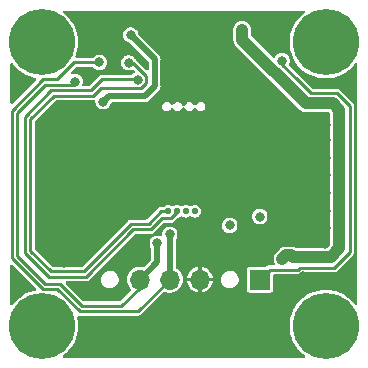
<source format=gbr>
%TF.GenerationSoftware,KiCad,Pcbnew,7.0.10*%
%TF.CreationDate,2024-02-18T19:35:46+01:00*%
%TF.ProjectId,CSI2SPY22,43534932-5350-4593-9232-2e6b69636164,rev?*%
%TF.SameCoordinates,Original*%
%TF.FileFunction,Copper,L3,Inr*%
%TF.FilePolarity,Positive*%
%FSLAX46Y46*%
G04 Gerber Fmt 4.6, Leading zero omitted, Abs format (unit mm)*
G04 Created by KiCad (PCBNEW 7.0.10) date 2024-02-18 19:35:46*
%MOMM*%
%LPD*%
G01*
G04 APERTURE LIST*
%TA.AperFunction,ComponentPad*%
%ADD10R,1.700000X1.700000*%
%TD*%
%TA.AperFunction,ComponentPad*%
%ADD11O,1.700000X1.700000*%
%TD*%
%TA.AperFunction,ComponentPad*%
%ADD12C,5.600000*%
%TD*%
%TA.AperFunction,ViaPad*%
%ADD13C,0.800000*%
%TD*%
%TA.AperFunction,ViaPad*%
%ADD14C,0.450000*%
%TD*%
%TA.AperFunction,ViaPad*%
%ADD15C,0.550000*%
%TD*%
%TA.AperFunction,ViaPad*%
%ADD16C,0.500000*%
%TD*%
%TA.AperFunction,Conductor*%
%ADD17C,0.250000*%
%TD*%
%TA.AperFunction,Conductor*%
%ADD18C,0.500000*%
%TD*%
%TA.AperFunction,Conductor*%
%ADD19C,1.000000*%
%TD*%
G04 APERTURE END LIST*
D10*
%TO.N,/IO0*%
%TO.C,J3*%
X21425000Y-23075000D03*
D11*
%TO.N,GND*%
X16345000Y-23075000D03*
%TO.N,/SCL*%
X13805000Y-23075000D03*
%TO.N,/SDA*%
X11265000Y-23075000D03*
%TD*%
D12*
%TO.N,unconnected-(H2-Pad1)*%
%TO.C,H2*%
X3000000Y-27000000D03*
%TD*%
%TO.N,unconnected-(H1-Pad1)*%
%TO.C,H1*%
X3000000Y-3000000D03*
%TD*%
%TO.N,unconnected-(H3-Pad1)*%
%TO.C,H3*%
X27000000Y-27000000D03*
%TD*%
%TO.N,unconnected-(H4-Pad1)*%
%TO.C,H4*%
X27000000Y-3000000D03*
%TD*%
D13*
%TO.N,GND*%
X16740000Y-950000D03*
X3000000Y-12750000D03*
X16750000Y-4350000D03*
X27000000Y-11250000D03*
D14*
X15000000Y-12000000D03*
D15*
X17400000Y-8600000D03*
D14*
X15750000Y-12000000D03*
D13*
X6930000Y-24170000D03*
D15*
X11850000Y-8775000D03*
D13*
X22125000Y-1075000D03*
X13550000Y-26130000D03*
X27000000Y-17250000D03*
X22500000Y-9250000D03*
D14*
X14250000Y-12000000D03*
D13*
X19970000Y-28810000D03*
X9070000Y-950000D03*
D14*
X15000000Y-15000000D03*
X14250000Y-13500000D03*
D13*
X12130000Y-950000D03*
X29250000Y-6000000D03*
X3000000Y-14250000D03*
X4840000Y-21650000D03*
X27000000Y-10000000D03*
X3000000Y-15750000D03*
X7060000Y-28810000D03*
D15*
X18107727Y-17332727D03*
D13*
X19970000Y-26050000D03*
D16*
X13000000Y-10550000D03*
D13*
X9500000Y-9250000D03*
X11270000Y-28810000D03*
X3000000Y-11250000D03*
D15*
X12625000Y-8650000D03*
D13*
X3000000Y-18750000D03*
X25100000Y-22800000D03*
X23650000Y-28810000D03*
X3000000Y-17250000D03*
X3000000Y-10000000D03*
X15610000Y-28810000D03*
D16*
X17000000Y-10550000D03*
D13*
X27000000Y-15750000D03*
X26950000Y-20060000D03*
X27000000Y-18750000D03*
D15*
X18100000Y-8775000D03*
D13*
X24750000Y-9250000D03*
X29250000Y-23750000D03*
D14*
X15750000Y-13500000D03*
X15000000Y-13500000D03*
D13*
X5830000Y-950000D03*
X27000000Y-14250000D03*
X750000Y-6000000D03*
X27000000Y-12750000D03*
X20500000Y-9250000D03*
D14*
X14250000Y-15000000D03*
D13*
X5250000Y-9250000D03*
D14*
X15750000Y-15000000D03*
D13*
X750000Y-23750000D03*
%TO.N,/IO0*%
X23310000Y-4540000D03*
X21425000Y-17750000D03*
%TO.N,/IO1*%
X18885000Y-18500000D03*
%TO.N,/SCL*%
X13805000Y-19250000D03*
X7850000Y-4700000D03*
%TO.N,/SDA*%
X12750000Y-20000000D03*
X5790000Y-6310000D03*
%TO.N,/VDD33*%
X23350000Y-21340000D03*
X24090000Y-21040000D03*
X19950000Y-1930000D03*
%TO.N,VCC*%
X8170000Y-8010000D03*
D15*
X15925000Y-17300000D03*
D13*
X10500000Y-2370000D03*
D15*
%TO.N,VDD*%
X15175000Y-17300000D03*
%TO.N,EQ{slash}SCL*%
X14425000Y-17300000D03*
D13*
X11080000Y-6170000D03*
%TO.N,ERC{slash}SDA*%
X10325000Y-4725000D03*
D15*
X13675000Y-17300000D03*
%TD*%
D17*
%TO.N,/IO0*%
X27705000Y-22075000D02*
X24799695Y-22075000D01*
X22260000Y-22240000D02*
X21425000Y-23075000D01*
X24555000Y-6125000D02*
X24555000Y-6135000D01*
X24634695Y-22240000D02*
X22260000Y-22240000D01*
X29030000Y-8390000D02*
X29030000Y-20750000D01*
X24799695Y-22075000D02*
X24634695Y-22240000D01*
X23310000Y-4880000D02*
X24555000Y-6125000D01*
X23310000Y-4540000D02*
X23310000Y-4880000D01*
X29030000Y-20750000D02*
X27705000Y-22075000D01*
X27960000Y-7320000D02*
X29030000Y-8390000D01*
X24555000Y-6135000D02*
X25740000Y-7320000D01*
X25740000Y-7320000D02*
X27960000Y-7320000D01*
%TO.N,/SCL*%
X6179418Y-25760000D02*
X11120000Y-25760000D01*
D18*
X13805000Y-19250000D02*
X13805000Y-23075000D01*
D17*
X3069746Y-6125000D02*
X425000Y-8769746D01*
X3059745Y-23875000D02*
X4294418Y-23875000D01*
X4294418Y-23875000D02*
X6179418Y-25760000D01*
X11120000Y-25760000D02*
X13805000Y-23075000D01*
X4294418Y-6125000D02*
X3069746Y-6125000D01*
X425000Y-8769746D02*
X425000Y-21240255D01*
X7850000Y-4700000D02*
X5719418Y-4700000D01*
X5719418Y-4700000D02*
X4294418Y-6125000D01*
X425000Y-21240255D02*
X3059745Y-23875000D01*
D18*
%TO.N,/SDA*%
X11265000Y-23075000D02*
X12750000Y-21590000D01*
D17*
X9710000Y-25310000D02*
X11265000Y-23755000D01*
X6365814Y-25310000D02*
X9710000Y-25310000D01*
X5790000Y-6310000D02*
X5525000Y-6575000D01*
D18*
X12750000Y-21590000D02*
X12750000Y-20000000D01*
D17*
X4480814Y-23425000D02*
X6365814Y-25310000D01*
X5525000Y-6575000D02*
X3256142Y-6575000D01*
X875000Y-8956142D02*
X875000Y-21053859D01*
X875000Y-21053859D02*
X3246141Y-23425000D01*
X3246141Y-23425000D02*
X4480814Y-23425000D01*
X11265000Y-23755000D02*
X11265000Y-23075000D01*
X3256142Y-6575000D02*
X875000Y-8956142D01*
D19*
%TO.N,/VDD33*%
X23350000Y-21340000D02*
X23650000Y-21040000D01*
X28165000Y-8691726D02*
X27623274Y-8150000D01*
X28165000Y-20448274D02*
X28165000Y-8691726D01*
X23650000Y-21040000D02*
X24090000Y-21040000D01*
X19950000Y-2760000D02*
X19950000Y-1930000D01*
X27453274Y-21160000D02*
X28165000Y-20448274D01*
X24090000Y-21040000D02*
X24210000Y-21160000D01*
X24210000Y-21160000D02*
X27453274Y-21160000D01*
X25340000Y-8150000D02*
X19950000Y-2760000D01*
X27623274Y-8150000D02*
X25340000Y-8150000D01*
D18*
%TO.N,VCC*%
X11684239Y-7560000D02*
X12520000Y-6724239D01*
X12520000Y-4390000D02*
X10500000Y-2370000D01*
X8170000Y-8010000D02*
X8620000Y-7560000D01*
X12520000Y-6724239D02*
X12520000Y-4390000D01*
X8620000Y-7560000D02*
X11684239Y-7560000D01*
D17*
%TO.N,EQ{slash}SCL*%
X11080000Y-6170000D02*
X11020000Y-6110000D01*
X12200000Y-18820000D02*
X13120000Y-17900000D01*
X1530000Y-20806396D02*
X3563604Y-22840000D01*
X14425000Y-17398529D02*
X14425000Y-17300000D01*
X10730000Y-18820000D02*
X12200000Y-18820000D01*
X11020000Y-6110000D02*
X8100000Y-6110000D01*
X3563604Y-22840000D02*
X6710000Y-22840000D01*
X13120000Y-17900000D02*
X13923529Y-17900000D01*
X13923529Y-17900000D02*
X14425000Y-17398529D01*
X1530000Y-9323604D02*
X1530000Y-20806396D01*
X7150000Y-7060000D02*
X3793604Y-7060000D01*
X8100000Y-6110000D02*
X7150000Y-7060000D01*
X3793604Y-7060000D02*
X1530000Y-9323604D01*
X6710000Y-22840000D02*
X10730000Y-18820000D01*
%TO.N,ERC{slash}SDA*%
X10543604Y-18370000D02*
X6523604Y-22390000D01*
X11805000Y-5869695D02*
X10660305Y-4725000D01*
X12013604Y-18370000D02*
X10543604Y-18370000D01*
X13675000Y-17300000D02*
X13083604Y-17300000D01*
X7337106Y-7510000D02*
X7952106Y-6895000D01*
X11805000Y-6470305D02*
X11805000Y-5869695D01*
X1980000Y-20620000D02*
X1980000Y-9510000D01*
X3980000Y-7510000D02*
X7337106Y-7510000D01*
X10660305Y-4725000D02*
X10325000Y-4725000D01*
X3750000Y-22390000D02*
X1980000Y-20620000D01*
X1980000Y-9510000D02*
X3980000Y-7510000D01*
X13083604Y-17300000D02*
X12013604Y-18370000D01*
X7952106Y-6895000D02*
X11380305Y-6895000D01*
X6523604Y-22390000D02*
X3750000Y-22390000D01*
X11380305Y-6895000D02*
X11805000Y-6470305D01*
%TD*%
%TA.AperFunction,Conductor*%
%TO.N,GND*%
G36*
X25211023Y-320185D02*
G01*
X25256778Y-372989D01*
X25266722Y-442147D01*
X25237697Y-505703D01*
X25215739Y-525630D01*
X25095040Y-611269D01*
X24839573Y-839570D01*
X24839570Y-839573D01*
X24611269Y-1095040D01*
X24412998Y-1374478D01*
X24247263Y-1674353D01*
X24116146Y-1990899D01*
X24021297Y-2320124D01*
X24021295Y-2320133D01*
X23963905Y-2657906D01*
X23963903Y-2657918D01*
X23944693Y-3000000D01*
X23963903Y-3342081D01*
X23963904Y-3342086D01*
X24021296Y-3679870D01*
X24116147Y-4009104D01*
X24209914Y-4235477D01*
X24247263Y-4325646D01*
X24412998Y-4625521D01*
X24611269Y-4904959D01*
X24839570Y-5160426D01*
X24839573Y-5160429D01*
X25095040Y-5388730D01*
X25095046Y-5388734D01*
X25095047Y-5388735D01*
X25374479Y-5587002D01*
X25674352Y-5752736D01*
X25990896Y-5883853D01*
X26320130Y-5978704D01*
X26657914Y-6036096D01*
X27000000Y-6055307D01*
X27342086Y-6036096D01*
X27679870Y-5978704D01*
X28009104Y-5883853D01*
X28325648Y-5752736D01*
X28625521Y-5587002D01*
X28904953Y-5388735D01*
X28929735Y-5366589D01*
X29001076Y-5302834D01*
X29160428Y-5160428D01*
X29388735Y-4904953D01*
X29474370Y-4784260D01*
X29529218Y-4740977D01*
X29598760Y-4734217D01*
X29660917Y-4766128D01*
X29695955Y-4826577D01*
X29699500Y-4856016D01*
X29699500Y-25143983D01*
X29679815Y-25211022D01*
X29627011Y-25256777D01*
X29557853Y-25266721D01*
X29494297Y-25237696D01*
X29474371Y-25215739D01*
X29388731Y-25095042D01*
X29160429Y-24839573D01*
X29160426Y-24839570D01*
X28904959Y-24611269D01*
X28625521Y-24412998D01*
X28325646Y-24247263D01*
X28260087Y-24220108D01*
X28009104Y-24116147D01*
X27862573Y-24073932D01*
X27679875Y-24021297D01*
X27679866Y-24021295D01*
X27342093Y-23963905D01*
X27342081Y-23963903D01*
X27000000Y-23944693D01*
X26657918Y-23963903D01*
X26657906Y-23963905D01*
X26320133Y-24021295D01*
X26320124Y-24021297D01*
X25990899Y-24116146D01*
X25990896Y-24116147D01*
X25898184Y-24154549D01*
X25674353Y-24247263D01*
X25374478Y-24412998D01*
X25095040Y-24611269D01*
X24839573Y-24839570D01*
X24839570Y-24839573D01*
X24611269Y-25095040D01*
X24412998Y-25374478D01*
X24247263Y-25674353D01*
X24116146Y-25990899D01*
X24021297Y-26320124D01*
X24021295Y-26320133D01*
X23963905Y-26657906D01*
X23963903Y-26657918D01*
X23944693Y-27000000D01*
X23963903Y-27342081D01*
X23963905Y-27342093D01*
X23993626Y-27517020D01*
X24021296Y-27679870D01*
X24116147Y-28009104D01*
X24188764Y-28184416D01*
X24247263Y-28325646D01*
X24412998Y-28625521D01*
X24611269Y-28904959D01*
X24839570Y-29160426D01*
X24839573Y-29160429D01*
X25095040Y-29388730D01*
X25215739Y-29474370D01*
X25259023Y-29529218D01*
X25265783Y-29598760D01*
X25233872Y-29660917D01*
X25173423Y-29695955D01*
X25143984Y-29699500D01*
X4856016Y-29699500D01*
X4788977Y-29679815D01*
X4743222Y-29627011D01*
X4733278Y-29557853D01*
X4762303Y-29494297D01*
X4784261Y-29474370D01*
X4904953Y-29388735D01*
X4962836Y-29337008D01*
X4985414Y-29316829D01*
X5160428Y-29160428D01*
X5388735Y-28904953D01*
X5587002Y-28625521D01*
X5752736Y-28325648D01*
X5883853Y-28009104D01*
X5978704Y-27679870D01*
X6036096Y-27342086D01*
X6055307Y-27000000D01*
X6036096Y-26657914D01*
X5978704Y-26320130D01*
X5970308Y-26290987D01*
X5970664Y-26221120D01*
X6008738Y-26162535D01*
X6072440Y-26133834D01*
X6109870Y-26134351D01*
X6116757Y-26135499D01*
X6116758Y-26135500D01*
X6116759Y-26135500D01*
X6124523Y-26136795D01*
X6132329Y-26137768D01*
X6132330Y-26137769D01*
X6132330Y-26137768D01*
X6132331Y-26137769D01*
X6184625Y-26135606D01*
X6189750Y-26135500D01*
X11068196Y-26135500D01*
X11093641Y-26138139D01*
X11096724Y-26138785D01*
X11104268Y-26140367D01*
X11135676Y-26136451D01*
X11151014Y-26135500D01*
X11151112Y-26135500D01*
X11151114Y-26135500D01*
X11171643Y-26132073D01*
X11176673Y-26131341D01*
X11228626Y-26124866D01*
X11228628Y-26124864D01*
X11236141Y-26122628D01*
X11243606Y-26120066D01*
X11243606Y-26120065D01*
X11243610Y-26120065D01*
X11282270Y-26099143D01*
X11289636Y-26095157D01*
X11294193Y-26092812D01*
X11309102Y-26085522D01*
X11341211Y-26069826D01*
X11341213Y-26069823D01*
X11347594Y-26065268D01*
X11353820Y-26060421D01*
X11353826Y-26060419D01*
X11389293Y-26021890D01*
X11392795Y-26018240D01*
X13279972Y-24131063D01*
X13341293Y-24097580D01*
X13410985Y-24102564D01*
X13412444Y-24103119D01*
X13502544Y-24138024D01*
X13703024Y-24175500D01*
X13703026Y-24175500D01*
X13906974Y-24175500D01*
X13906976Y-24175500D01*
X14107456Y-24138024D01*
X14297637Y-24064348D01*
X14471041Y-23956981D01*
X14621764Y-23819579D01*
X14744673Y-23656821D01*
X14835582Y-23474250D01*
X14891397Y-23278083D01*
X14910215Y-23075000D01*
X14896316Y-22924999D01*
X15254186Y-22924999D01*
X15254187Y-22925000D01*
X15867935Y-22925000D01*
X15845000Y-23003111D01*
X15845000Y-23146889D01*
X15867935Y-23225000D01*
X15254187Y-23225000D01*
X15259097Y-23277991D01*
X15314883Y-23474063D01*
X15314886Y-23474069D01*
X15405754Y-23656556D01*
X15528608Y-23819242D01*
X15679260Y-23956578D01*
X15852584Y-24063897D01*
X16042678Y-24137539D01*
X16195000Y-24166013D01*
X16195000Y-23556170D01*
X16202685Y-23559680D01*
X16309237Y-23575000D01*
X16380763Y-23575000D01*
X16487315Y-23559680D01*
X16495000Y-23556170D01*
X16495000Y-24166013D01*
X16647321Y-24137539D01*
X16837415Y-24063897D01*
X17010739Y-23956578D01*
X17161391Y-23819242D01*
X17284245Y-23656556D01*
X17375113Y-23474069D01*
X17375116Y-23474063D01*
X17430902Y-23277991D01*
X17435813Y-23225000D01*
X16822065Y-23225000D01*
X16845000Y-23146889D01*
X16845000Y-23118933D01*
X18130668Y-23118933D01*
X18158716Y-23277991D01*
X18161135Y-23291711D01*
X18230623Y-23452804D01*
X18230624Y-23452806D01*
X18230626Y-23452809D01*
X18321595Y-23575000D01*
X18335390Y-23593530D01*
X18469786Y-23706302D01*
X18547488Y-23745325D01*
X18626562Y-23785038D01*
X18626563Y-23785038D01*
X18626567Y-23785040D01*
X18797279Y-23825500D01*
X18797282Y-23825500D01*
X18928701Y-23825500D01*
X18928709Y-23825500D01*
X19059255Y-23810241D01*
X19224117Y-23750237D01*
X19370696Y-23653830D01*
X19491092Y-23526218D01*
X19578812Y-23374281D01*
X19629130Y-23206210D01*
X19639331Y-23031065D01*
X19608865Y-22858289D01*
X19539377Y-22697196D01*
X19529376Y-22683763D01*
X19434609Y-22556469D01*
X19300214Y-22443698D01*
X19300212Y-22443697D01*
X19143437Y-22364961D01*
X19143433Y-22364960D01*
X18972721Y-22324500D01*
X18841291Y-22324500D01*
X18736854Y-22336707D01*
X18710743Y-22339759D01*
X18710740Y-22339760D01*
X18545884Y-22399762D01*
X18545880Y-22399764D01*
X18399306Y-22496167D01*
X18399305Y-22496168D01*
X18278910Y-22623778D01*
X18191188Y-22775718D01*
X18140870Y-22943789D01*
X18140869Y-22943794D01*
X18130668Y-23118933D01*
X16845000Y-23118933D01*
X16845000Y-23003111D01*
X16822065Y-22925000D01*
X17435813Y-22925000D01*
X17435813Y-22924999D01*
X17430902Y-22872008D01*
X17375116Y-22675936D01*
X17375113Y-22675930D01*
X17284245Y-22493443D01*
X17161391Y-22330757D01*
X17010739Y-22193421D01*
X16837415Y-22086102D01*
X16647322Y-22012460D01*
X16495000Y-21983985D01*
X16495000Y-22593829D01*
X16487315Y-22590320D01*
X16380763Y-22575000D01*
X16309237Y-22575000D01*
X16202685Y-22590320D01*
X16195000Y-22593829D01*
X16195000Y-21983985D01*
X16042677Y-22012460D01*
X15852584Y-22086102D01*
X15679260Y-22193421D01*
X15528608Y-22330757D01*
X15405754Y-22493443D01*
X15314886Y-22675930D01*
X15314883Y-22675936D01*
X15259097Y-22872008D01*
X15254186Y-22924999D01*
X14896316Y-22924999D01*
X14891397Y-22871917D01*
X14835582Y-22675750D01*
X14833944Y-22672461D01*
X14775359Y-22554806D01*
X14744673Y-22493179D01*
X14655745Y-22375419D01*
X14621762Y-22330418D01*
X14471042Y-22193020D01*
X14471041Y-22193019D01*
X14406353Y-22152966D01*
X14364222Y-22126879D01*
X14317587Y-22074851D01*
X14305500Y-22021452D01*
X14305500Y-19708657D01*
X14325185Y-19641618D01*
X14327450Y-19638217D01*
X14385219Y-19554524D01*
X14385220Y-19554523D01*
X14441237Y-19406818D01*
X14460278Y-19250000D01*
X14458071Y-19231819D01*
X14441237Y-19093181D01*
X14419992Y-19037164D01*
X14385220Y-18945477D01*
X14295483Y-18815470D01*
X14177240Y-18710717D01*
X14177238Y-18710716D01*
X14177237Y-18710715D01*
X14037365Y-18637303D01*
X13883986Y-18599500D01*
X13883985Y-18599500D01*
X13726015Y-18599500D01*
X13726014Y-18599500D01*
X13572634Y-18637303D01*
X13432762Y-18710715D01*
X13314516Y-18815471D01*
X13224781Y-18945475D01*
X13224780Y-18945476D01*
X13168762Y-19093181D01*
X13149722Y-19249999D01*
X13149722Y-19250006D01*
X13150552Y-19256844D01*
X13139090Y-19325767D01*
X13092184Y-19377551D01*
X13024728Y-19395756D01*
X12989689Y-19388936D01*
X12989649Y-19389099D01*
X12986364Y-19388289D01*
X12983490Y-19387730D01*
X12982367Y-19387304D01*
X12828986Y-19349500D01*
X12828985Y-19349500D01*
X12671015Y-19349500D01*
X12671014Y-19349500D01*
X12517634Y-19387303D01*
X12377762Y-19460715D01*
X12259516Y-19565471D01*
X12169781Y-19695475D01*
X12169780Y-19695476D01*
X12113762Y-19843181D01*
X12094722Y-19999999D01*
X12094722Y-20000000D01*
X12113762Y-20156818D01*
X12169780Y-20304523D01*
X12169780Y-20304524D01*
X12227550Y-20388217D01*
X12249433Y-20454571D01*
X12249500Y-20458657D01*
X12249500Y-21331323D01*
X12229815Y-21398362D01*
X12213181Y-21419004D01*
X11658118Y-21974066D01*
X11596795Y-22007551D01*
X11547652Y-22008274D01*
X11366976Y-21974500D01*
X11163024Y-21974500D01*
X10962544Y-22011976D01*
X10962541Y-22011976D01*
X10962541Y-22011977D01*
X10772364Y-22085651D01*
X10772357Y-22085655D01*
X10598960Y-22193017D01*
X10598958Y-22193019D01*
X10448237Y-22330418D01*
X10325327Y-22493178D01*
X10234422Y-22675739D01*
X10234417Y-22675752D01*
X10178602Y-22871917D01*
X10159785Y-23074999D01*
X10159785Y-23075000D01*
X10178602Y-23278082D01*
X10234417Y-23474247D01*
X10234422Y-23474260D01*
X10323838Y-23653830D01*
X10325327Y-23656821D01*
X10448236Y-23819579D01*
X10467949Y-23837549D01*
X10504231Y-23897258D01*
X10502472Y-23967105D01*
X10472093Y-24016868D01*
X9590781Y-24898181D01*
X9529458Y-24931666D01*
X9503100Y-24934500D01*
X6572713Y-24934500D01*
X6505674Y-24914815D01*
X6485032Y-24898181D01*
X5014033Y-23427181D01*
X4980548Y-23365858D01*
X4985532Y-23296166D01*
X5027404Y-23240233D01*
X5092868Y-23215816D01*
X5101714Y-23215500D01*
X6658196Y-23215500D01*
X6683641Y-23218139D01*
X6686724Y-23218785D01*
X6694268Y-23220367D01*
X6725676Y-23216451D01*
X6741014Y-23215500D01*
X6741112Y-23215500D01*
X6741114Y-23215500D01*
X6761643Y-23212073D01*
X6766673Y-23211341D01*
X6818626Y-23204866D01*
X6818628Y-23204864D01*
X6826141Y-23202628D01*
X6833606Y-23200066D01*
X6833606Y-23200065D01*
X6833610Y-23200065D01*
X6879636Y-23175157D01*
X6884193Y-23172812D01*
X6899102Y-23165522D01*
X6931211Y-23149826D01*
X6931213Y-23149823D01*
X6937594Y-23145268D01*
X6943820Y-23140421D01*
X6943826Y-23140419D01*
X6963604Y-23118933D01*
X7970668Y-23118933D01*
X7998716Y-23277991D01*
X8001135Y-23291711D01*
X8070623Y-23452804D01*
X8070624Y-23452806D01*
X8070626Y-23452809D01*
X8161595Y-23575000D01*
X8175390Y-23593530D01*
X8309786Y-23706302D01*
X8387488Y-23745325D01*
X8466562Y-23785038D01*
X8466563Y-23785038D01*
X8466567Y-23785040D01*
X8637279Y-23825500D01*
X8637282Y-23825500D01*
X8768701Y-23825500D01*
X8768709Y-23825500D01*
X8899255Y-23810241D01*
X9064117Y-23750237D01*
X9210696Y-23653830D01*
X9331092Y-23526218D01*
X9418812Y-23374281D01*
X9469130Y-23206210D01*
X9479331Y-23031065D01*
X9448865Y-22858289D01*
X9379377Y-22697196D01*
X9369376Y-22683763D01*
X9274609Y-22556469D01*
X9140214Y-22443698D01*
X9140212Y-22443697D01*
X8983437Y-22364961D01*
X8983433Y-22364960D01*
X8812721Y-22324500D01*
X8681291Y-22324500D01*
X8576854Y-22336707D01*
X8550743Y-22339759D01*
X8550740Y-22339760D01*
X8385884Y-22399762D01*
X8385880Y-22399764D01*
X8239306Y-22496167D01*
X8239305Y-22496168D01*
X8118910Y-22623778D01*
X8031188Y-22775718D01*
X7980870Y-22943789D01*
X7980869Y-22943794D01*
X7970668Y-23118933D01*
X6963604Y-23118933D01*
X6979293Y-23101890D01*
X6982795Y-23098240D01*
X10849218Y-19231819D01*
X10910541Y-19198334D01*
X10936899Y-19195500D01*
X12148196Y-19195500D01*
X12173641Y-19198139D01*
X12176724Y-19198785D01*
X12184268Y-19200367D01*
X12215676Y-19196451D01*
X12231014Y-19195500D01*
X12231112Y-19195500D01*
X12231114Y-19195500D01*
X12251643Y-19192073D01*
X12256673Y-19191341D01*
X12308626Y-19184866D01*
X12308628Y-19184864D01*
X12316141Y-19182628D01*
X12323606Y-19180066D01*
X12323606Y-19180065D01*
X12323610Y-19180065D01*
X12369636Y-19155157D01*
X12374193Y-19152812D01*
X12389102Y-19145522D01*
X12421211Y-19129826D01*
X12421213Y-19129823D01*
X12427594Y-19125268D01*
X12433820Y-19120421D01*
X12433826Y-19120419D01*
X12469293Y-19081890D01*
X12472795Y-19078240D01*
X13051037Y-18500000D01*
X18229722Y-18500000D01*
X18248762Y-18656818D01*
X18269203Y-18710715D01*
X18304780Y-18804523D01*
X18394517Y-18934530D01*
X18512760Y-19039283D01*
X18512762Y-19039284D01*
X18652634Y-19112696D01*
X18806014Y-19150500D01*
X18806015Y-19150500D01*
X18963985Y-19150500D01*
X19117365Y-19112696D01*
X19154547Y-19093181D01*
X19257240Y-19039283D01*
X19375483Y-18934530D01*
X19465220Y-18804523D01*
X19521237Y-18656818D01*
X19540278Y-18500000D01*
X19523607Y-18362696D01*
X19521237Y-18343181D01*
X19489715Y-18260065D01*
X19465220Y-18195477D01*
X19375483Y-18065470D01*
X19257240Y-17960717D01*
X19257238Y-17960716D01*
X19257237Y-17960715D01*
X19117365Y-17887303D01*
X18963986Y-17849500D01*
X18963985Y-17849500D01*
X18806015Y-17849500D01*
X18806014Y-17849500D01*
X18652634Y-17887303D01*
X18512762Y-17960715D01*
X18394516Y-18065471D01*
X18304781Y-18195475D01*
X18304780Y-18195476D01*
X18248762Y-18343181D01*
X18229722Y-18499999D01*
X18229722Y-18500000D01*
X13051037Y-18500000D01*
X13239218Y-18311819D01*
X13300541Y-18278334D01*
X13326899Y-18275500D01*
X13871725Y-18275500D01*
X13897170Y-18278139D01*
X13900253Y-18278785D01*
X13907797Y-18280367D01*
X13939205Y-18276451D01*
X13954543Y-18275500D01*
X13954641Y-18275500D01*
X13954643Y-18275500D01*
X13975172Y-18272073D01*
X13980202Y-18271341D01*
X14032155Y-18264866D01*
X14032157Y-18264864D01*
X14039670Y-18262628D01*
X14047135Y-18260066D01*
X14047135Y-18260065D01*
X14047139Y-18260065D01*
X14093165Y-18235157D01*
X14097722Y-18232812D01*
X14112631Y-18225522D01*
X14144740Y-18209826D01*
X14144742Y-18209823D01*
X14151123Y-18205268D01*
X14157349Y-18200421D01*
X14157355Y-18200419D01*
X14192822Y-18161890D01*
X14196324Y-18158240D01*
X14511926Y-17842638D01*
X14555636Y-17817407D01*
X14554674Y-17815085D01*
X14690016Y-17759025D01*
X14690019Y-17759023D01*
X14701779Y-17749999D01*
X14724513Y-17732554D01*
X14789680Y-17707359D01*
X14858125Y-17721396D01*
X14875484Y-17732552D01*
X14891082Y-17744521D01*
X14909980Y-17759023D01*
X14909981Y-17759023D01*
X14909982Y-17759024D01*
X15037817Y-17811974D01*
X15160702Y-17828152D01*
X15174999Y-17830035D01*
X15175000Y-17830035D01*
X15175001Y-17830035D01*
X15187947Y-17828330D01*
X15312183Y-17811974D01*
X15440018Y-17759024D01*
X15474513Y-17732554D01*
X15539680Y-17707359D01*
X15608125Y-17721396D01*
X15625484Y-17732552D01*
X15641082Y-17744521D01*
X15659980Y-17759023D01*
X15659981Y-17759023D01*
X15659982Y-17759024D01*
X15787817Y-17811974D01*
X15910702Y-17828152D01*
X15924999Y-17830035D01*
X15925000Y-17830035D01*
X15925001Y-17830035D01*
X15937947Y-17828330D01*
X16062183Y-17811974D01*
X16190018Y-17759024D01*
X16201778Y-17750000D01*
X20769722Y-17750000D01*
X20788762Y-17906818D01*
X20844780Y-18054523D01*
X20934517Y-18184530D01*
X21052760Y-18289283D01*
X21052762Y-18289284D01*
X21192634Y-18362696D01*
X21346014Y-18400500D01*
X21346015Y-18400500D01*
X21503985Y-18400500D01*
X21657365Y-18362696D01*
X21694547Y-18343181D01*
X21797240Y-18289283D01*
X21915483Y-18184530D01*
X22005220Y-18054523D01*
X22061237Y-17906818D01*
X22080278Y-17750000D01*
X22075101Y-17707359D01*
X22061237Y-17593181D01*
X22039992Y-17537164D01*
X22005220Y-17445477D01*
X21915483Y-17315470D01*
X21797240Y-17210717D01*
X21797238Y-17210716D01*
X21797237Y-17210715D01*
X21657365Y-17137303D01*
X21503986Y-17099500D01*
X21503985Y-17099500D01*
X21346015Y-17099500D01*
X21346014Y-17099500D01*
X21192634Y-17137303D01*
X21052762Y-17210715D01*
X20934516Y-17315471D01*
X20844781Y-17445475D01*
X20844780Y-17445476D01*
X20788762Y-17593181D01*
X20769722Y-17749999D01*
X20769722Y-17750000D01*
X16201778Y-17750000D01*
X16299791Y-17674791D01*
X16384024Y-17565018D01*
X16436974Y-17437183D01*
X16455035Y-17300000D01*
X16436974Y-17162817D01*
X16384024Y-17034983D01*
X16299791Y-16925209D01*
X16299789Y-16925208D01*
X16299789Y-16925207D01*
X16224514Y-16867446D01*
X16190018Y-16840976D01*
X16190017Y-16840975D01*
X16190015Y-16840974D01*
X16062186Y-16788027D01*
X16062184Y-16788026D01*
X16062183Y-16788026D01*
X15970727Y-16775985D01*
X15925001Y-16769965D01*
X15924999Y-16769965D01*
X15856408Y-16778995D01*
X15787817Y-16788026D01*
X15787816Y-16788026D01*
X15787813Y-16788027D01*
X15659984Y-16840974D01*
X15659982Y-16840976D01*
X15625486Y-16867446D01*
X15560316Y-16892640D01*
X15491872Y-16878601D01*
X15474513Y-16867445D01*
X15440019Y-16840976D01*
X15440016Y-16840975D01*
X15312186Y-16788027D01*
X15312184Y-16788026D01*
X15312183Y-16788026D01*
X15220727Y-16775985D01*
X15175001Y-16769965D01*
X15174999Y-16769965D01*
X15106408Y-16778995D01*
X15037817Y-16788026D01*
X15037816Y-16788026D01*
X15037813Y-16788027D01*
X14909984Y-16840974D01*
X14909982Y-16840976D01*
X14875486Y-16867446D01*
X14810316Y-16892640D01*
X14741872Y-16878601D01*
X14724513Y-16867445D01*
X14690019Y-16840976D01*
X14690016Y-16840975D01*
X14562186Y-16788027D01*
X14562184Y-16788026D01*
X14562183Y-16788026D01*
X14470727Y-16775985D01*
X14425001Y-16769965D01*
X14424999Y-16769965D01*
X14356408Y-16778995D01*
X14287817Y-16788026D01*
X14287816Y-16788026D01*
X14287813Y-16788027D01*
X14159984Y-16840974D01*
X14159982Y-16840976D01*
X14125486Y-16867446D01*
X14060316Y-16892640D01*
X13991872Y-16878601D01*
X13974513Y-16867445D01*
X13940019Y-16840976D01*
X13940016Y-16840975D01*
X13812186Y-16788027D01*
X13812184Y-16788026D01*
X13812183Y-16788026D01*
X13720727Y-16775985D01*
X13675001Y-16769965D01*
X13674999Y-16769965D01*
X13606408Y-16778995D01*
X13537817Y-16788026D01*
X13537816Y-16788026D01*
X13537813Y-16788027D01*
X13409984Y-16840974D01*
X13409982Y-16840976D01*
X13334526Y-16898876D01*
X13269357Y-16924070D01*
X13259040Y-16924500D01*
X13135407Y-16924500D01*
X13109962Y-16921861D01*
X13109143Y-16921689D01*
X13099336Y-16919633D01*
X13099335Y-16919633D01*
X13067927Y-16923548D01*
X13052589Y-16924500D01*
X13052489Y-16924500D01*
X13031985Y-16927920D01*
X13026925Y-16928657D01*
X12974986Y-16935132D01*
X12967446Y-16937377D01*
X12959997Y-16939934D01*
X12959994Y-16939935D01*
X12959990Y-16939936D01*
X12959987Y-16939938D01*
X12913971Y-16964840D01*
X12909416Y-16967185D01*
X12862395Y-16990172D01*
X12855985Y-16994748D01*
X12849778Y-16999579D01*
X12814322Y-17038094D01*
X12810776Y-17041789D01*
X11894385Y-17958181D01*
X11833062Y-17991666D01*
X11806704Y-17994500D01*
X10595407Y-17994500D01*
X10569962Y-17991861D01*
X10569032Y-17991666D01*
X10559336Y-17989633D01*
X10559335Y-17989633D01*
X10527927Y-17993548D01*
X10512589Y-17994500D01*
X10512489Y-17994500D01*
X10491985Y-17997920D01*
X10486925Y-17998657D01*
X10434986Y-18005132D01*
X10427446Y-18007377D01*
X10419997Y-18009934D01*
X10419994Y-18009935D01*
X10419990Y-18009936D01*
X10419987Y-18009938D01*
X10373971Y-18034840D01*
X10369416Y-18037185D01*
X10322395Y-18060172D01*
X10315985Y-18064748D01*
X10309778Y-18069579D01*
X10274321Y-18108095D01*
X10270775Y-18111790D01*
X6404385Y-21978181D01*
X6343062Y-22011666D01*
X6316704Y-22014500D01*
X3956899Y-22014500D01*
X3889860Y-21994815D01*
X3869218Y-21978181D01*
X2391819Y-20500781D01*
X2358334Y-20439458D01*
X2355500Y-20413100D01*
X2355500Y-9716899D01*
X2375185Y-9649860D01*
X2391819Y-9629218D01*
X4099218Y-7921819D01*
X4160541Y-7888334D01*
X4186899Y-7885500D01*
X7285302Y-7885500D01*
X7310747Y-7888139D01*
X7313830Y-7888785D01*
X7321374Y-7890367D01*
X7352782Y-7886451D01*
X7368120Y-7885500D01*
X7368218Y-7885500D01*
X7368220Y-7885500D01*
X7370292Y-7885154D01*
X7371147Y-7885257D01*
X7373336Y-7885076D01*
X7373373Y-7885525D01*
X7439659Y-7893524D01*
X7493488Y-7938068D01*
X7514690Y-8004643D01*
X7514722Y-8007459D01*
X7514722Y-8010000D01*
X7533762Y-8166818D01*
X7577209Y-8281377D01*
X7589780Y-8314523D01*
X7679517Y-8444530D01*
X7797760Y-8549283D01*
X7797762Y-8549284D01*
X7937634Y-8622696D01*
X8091014Y-8660500D01*
X8091015Y-8660500D01*
X8248985Y-8660500D01*
X8402365Y-8622696D01*
X8500378Y-8571254D01*
X8542240Y-8549283D01*
X8660483Y-8444530D01*
X8673961Y-8425003D01*
X13144508Y-8425003D01*
X13164352Y-8550300D01*
X13164352Y-8550301D01*
X13182805Y-8586517D01*
X13221950Y-8663342D01*
X13221952Y-8663344D01*
X13221954Y-8663347D01*
X13311652Y-8753045D01*
X13311654Y-8753046D01*
X13311658Y-8753050D01*
X13424696Y-8810646D01*
X13424697Y-8810646D01*
X13424699Y-8810647D01*
X13549997Y-8830492D01*
X13550000Y-8830492D01*
X13550003Y-8830492D01*
X13675300Y-8810647D01*
X13675301Y-8810647D01*
X13675302Y-8810646D01*
X13675304Y-8810646D01*
X13788342Y-8753050D01*
X13878050Y-8663342D01*
X13902016Y-8616305D01*
X13949990Y-8565511D01*
X14017811Y-8548716D01*
X14083946Y-8571254D01*
X14122983Y-8616305D01*
X14146950Y-8663342D01*
X14146952Y-8663344D01*
X14146954Y-8663347D01*
X14236652Y-8753045D01*
X14236654Y-8753046D01*
X14236658Y-8753050D01*
X14349696Y-8810646D01*
X14349697Y-8810646D01*
X14349699Y-8810647D01*
X14474997Y-8830492D01*
X14475000Y-8830492D01*
X14475003Y-8830492D01*
X14600300Y-8810647D01*
X14600301Y-8810647D01*
X14600302Y-8810646D01*
X14600304Y-8810646D01*
X14713342Y-8753050D01*
X14803050Y-8663342D01*
X14860646Y-8550304D01*
X14860646Y-8550302D01*
X14864515Y-8542710D01*
X14912490Y-8491914D01*
X14980311Y-8475119D01*
X15046446Y-8497657D01*
X15085485Y-8542710D01*
X15089353Y-8550302D01*
X15089354Y-8550304D01*
X15146950Y-8663342D01*
X15146952Y-8663344D01*
X15146954Y-8663347D01*
X15236652Y-8753045D01*
X15236654Y-8753046D01*
X15236658Y-8753050D01*
X15349696Y-8810646D01*
X15349697Y-8810646D01*
X15349699Y-8810647D01*
X15474997Y-8830492D01*
X15475000Y-8830492D01*
X15475003Y-8830492D01*
X15600300Y-8810647D01*
X15600301Y-8810647D01*
X15600302Y-8810646D01*
X15600304Y-8810646D01*
X15713342Y-8753050D01*
X15803050Y-8663342D01*
X15839516Y-8591771D01*
X15887489Y-8540978D01*
X15955310Y-8524183D01*
X16021445Y-8546720D01*
X16060482Y-8591771D01*
X16089778Y-8649266D01*
X16096951Y-8663343D01*
X16096954Y-8663347D01*
X16186652Y-8753045D01*
X16186654Y-8753046D01*
X16186658Y-8753050D01*
X16299696Y-8810646D01*
X16299697Y-8810646D01*
X16299699Y-8810647D01*
X16424997Y-8830492D01*
X16425000Y-8830492D01*
X16425003Y-8830492D01*
X16550300Y-8810647D01*
X16550301Y-8810647D01*
X16550302Y-8810646D01*
X16550304Y-8810646D01*
X16663342Y-8753050D01*
X16753050Y-8663342D01*
X16810646Y-8550304D01*
X16810646Y-8550302D01*
X16810647Y-8550301D01*
X16810647Y-8550300D01*
X16830492Y-8425003D01*
X16830492Y-8424996D01*
X16810647Y-8299699D01*
X16810647Y-8299698D01*
X16793676Y-8266391D01*
X16753050Y-8186658D01*
X16753046Y-8186654D01*
X16753045Y-8186652D01*
X16663347Y-8096954D01*
X16663344Y-8096952D01*
X16663342Y-8096950D01*
X16550304Y-8039354D01*
X16550303Y-8039353D01*
X16550300Y-8039352D01*
X16425003Y-8019508D01*
X16424997Y-8019508D01*
X16299699Y-8039352D01*
X16299698Y-8039352D01*
X16246776Y-8066318D01*
X16186658Y-8096950D01*
X16186657Y-8096951D01*
X16186652Y-8096954D01*
X16096954Y-8186652D01*
X16096951Y-8186657D01*
X16096950Y-8186658D01*
X16060485Y-8258225D01*
X16012510Y-8309021D01*
X15944689Y-8325816D01*
X15878554Y-8303278D01*
X15839515Y-8258225D01*
X15803050Y-8186658D01*
X15803046Y-8186654D01*
X15803045Y-8186652D01*
X15713347Y-8096954D01*
X15713344Y-8096952D01*
X15713342Y-8096950D01*
X15600304Y-8039354D01*
X15600303Y-8039353D01*
X15600300Y-8039352D01*
X15475003Y-8019508D01*
X15474997Y-8019508D01*
X15349699Y-8039352D01*
X15349698Y-8039352D01*
X15296776Y-8066318D01*
X15236658Y-8096950D01*
X15236657Y-8096951D01*
X15236652Y-8096954D01*
X15146954Y-8186652D01*
X15146949Y-8186659D01*
X15085484Y-8307290D01*
X15037510Y-8358085D01*
X14969689Y-8374880D01*
X14903554Y-8352342D01*
X14864516Y-8307290D01*
X14817913Y-8215829D01*
X14803050Y-8186658D01*
X14803047Y-8186655D01*
X14803045Y-8186652D01*
X14713347Y-8096954D01*
X14713344Y-8096952D01*
X14713342Y-8096950D01*
X14600304Y-8039354D01*
X14600303Y-8039353D01*
X14600300Y-8039352D01*
X14475003Y-8019508D01*
X14474997Y-8019508D01*
X14349699Y-8039352D01*
X14349698Y-8039352D01*
X14296776Y-8066318D01*
X14236658Y-8096950D01*
X14236657Y-8096951D01*
X14236652Y-8096954D01*
X14146954Y-8186652D01*
X14146949Y-8186659D01*
X14122984Y-8233693D01*
X14075009Y-8284488D01*
X14007188Y-8301283D01*
X13941054Y-8278745D01*
X13902016Y-8233693D01*
X13892071Y-8214176D01*
X13878050Y-8186658D01*
X13878047Y-8186655D01*
X13878045Y-8186652D01*
X13788347Y-8096954D01*
X13788344Y-8096952D01*
X13788342Y-8096950D01*
X13675304Y-8039354D01*
X13675303Y-8039353D01*
X13675300Y-8039352D01*
X13550003Y-8019508D01*
X13549997Y-8019508D01*
X13424699Y-8039352D01*
X13424698Y-8039352D01*
X13371776Y-8066318D01*
X13311658Y-8096950D01*
X13311657Y-8096951D01*
X13311652Y-8096954D01*
X13221954Y-8186652D01*
X13221951Y-8186657D01*
X13221950Y-8186658D01*
X13207087Y-8215829D01*
X13164352Y-8299698D01*
X13164352Y-8299699D01*
X13144508Y-8424996D01*
X13144508Y-8425003D01*
X8673961Y-8425003D01*
X8750220Y-8314523D01*
X8806237Y-8166818D01*
X8808032Y-8159536D01*
X8810006Y-8160022D01*
X8833529Y-8105373D01*
X8891464Y-8066318D01*
X8929001Y-8060500D01*
X11617096Y-8060500D01*
X11643454Y-8063334D01*
X11648166Y-8064359D01*
X11697700Y-8060815D01*
X11706547Y-8060500D01*
X11720038Y-8060500D01*
X11733395Y-8058579D01*
X11742190Y-8057633D01*
X11791722Y-8054091D01*
X11796231Y-8052408D01*
X11821924Y-8045850D01*
X11826696Y-8045165D01*
X11871876Y-8024530D01*
X11880040Y-8021149D01*
X11926570Y-8003796D01*
X11930428Y-8000907D01*
X11953234Y-7987375D01*
X11957612Y-7985377D01*
X11995138Y-7952859D01*
X12002017Y-7947316D01*
X12012832Y-7939221D01*
X12022394Y-7929658D01*
X12028844Y-7923653D01*
X12066382Y-7891128D01*
X12068990Y-7887068D01*
X12085620Y-7866431D01*
X12826431Y-7125620D01*
X12847068Y-7108990D01*
X12851128Y-7106382D01*
X12883653Y-7068844D01*
X12889658Y-7062394D01*
X12899221Y-7052832D01*
X12907316Y-7042017D01*
X12912859Y-7035138D01*
X12945377Y-6997612D01*
X12947375Y-6993234D01*
X12960907Y-6970428D01*
X12963796Y-6966570D01*
X12981149Y-6920040D01*
X12984534Y-6911869D01*
X13005165Y-6866696D01*
X13005850Y-6861924D01*
X13012409Y-6836231D01*
X13014091Y-6831722D01*
X13017633Y-6782190D01*
X13018580Y-6773387D01*
X13020500Y-6760038D01*
X13020500Y-6746547D01*
X13020816Y-6737700D01*
X13024359Y-6688166D01*
X13023332Y-6683445D01*
X13020500Y-6657097D01*
X13020500Y-4457137D01*
X13023334Y-4430778D01*
X13024358Y-4426073D01*
X13020816Y-4376547D01*
X13020500Y-4367701D01*
X13020500Y-4354200D01*
X13018579Y-4340845D01*
X13017632Y-4332035D01*
X13014091Y-4282519D01*
X13014091Y-4282515D01*
X13012408Y-4278004D01*
X13005851Y-4252316D01*
X13005165Y-4247543D01*
X12984536Y-4202372D01*
X12981149Y-4194195D01*
X12974391Y-4176080D01*
X12963795Y-4147669D01*
X12960908Y-4143813D01*
X12947379Y-4121012D01*
X12945377Y-4116627D01*
X12912857Y-4079097D01*
X12907304Y-4072206D01*
X12899220Y-4061406D01*
X12899214Y-4061400D01*
X12899210Y-4061395D01*
X12889676Y-4051861D01*
X12883643Y-4045382D01*
X12851129Y-4007858D01*
X12851125Y-4007854D01*
X12847066Y-4005246D01*
X12826428Y-3988614D01*
X11575839Y-2738025D01*
X19194710Y-2738025D01*
X19199028Y-2787368D01*
X19199500Y-2798176D01*
X19199500Y-2803711D01*
X19203098Y-2834495D01*
X19203464Y-2838083D01*
X19210000Y-2912791D01*
X19211461Y-2919867D01*
X19211403Y-2919878D01*
X19213034Y-2927237D01*
X19213092Y-2927224D01*
X19214757Y-2934249D01*
X19214758Y-2934254D01*
X19214759Y-2934255D01*
X19238687Y-3000000D01*
X19240400Y-3004705D01*
X19241582Y-3008107D01*
X19265182Y-3079326D01*
X19268236Y-3085874D01*
X19268182Y-3085898D01*
X19271470Y-3092688D01*
X19271521Y-3092663D01*
X19274761Y-3099114D01*
X19315979Y-3161784D01*
X19317889Y-3164782D01*
X19348972Y-3215174D01*
X19357289Y-3228658D01*
X19361766Y-3234319D01*
X19361719Y-3234356D01*
X19366482Y-3240202D01*
X19366528Y-3240164D01*
X19371173Y-3245699D01*
X19425708Y-3297150D01*
X19428296Y-3299664D01*
X24764267Y-8635634D01*
X24776048Y-8649266D01*
X24786528Y-8663343D01*
X24790390Y-8668530D01*
X24828343Y-8700376D01*
X24836319Y-8707686D01*
X24840219Y-8711587D01*
X24864544Y-8730821D01*
X24867340Y-8733099D01*
X24891111Y-8753045D01*
X24924786Y-8781302D01*
X24924794Y-8781306D01*
X24930824Y-8785273D01*
X24930790Y-8785323D01*
X24937147Y-8789372D01*
X24937179Y-8789321D01*
X24943319Y-8793108D01*
X24943323Y-8793111D01*
X24980927Y-8810646D01*
X25011320Y-8824819D01*
X25014566Y-8826391D01*
X25081562Y-8860038D01*
X25088357Y-8862511D01*
X25088336Y-8862567D01*
X25095455Y-8865042D01*
X25095474Y-8864986D01*
X25102323Y-8867256D01*
X25102326Y-8867256D01*
X25102327Y-8867257D01*
X25175815Y-8882429D01*
X25179307Y-8883204D01*
X25252279Y-8900500D01*
X25252281Y-8900500D01*
X25259452Y-8901339D01*
X25259445Y-8901397D01*
X25266946Y-8902163D01*
X25266952Y-8902104D01*
X25274141Y-8902733D01*
X25274143Y-8902732D01*
X25274144Y-8902733D01*
X25349111Y-8900552D01*
X25352717Y-8900500D01*
X27261043Y-8900500D01*
X27328082Y-8920185D01*
X27348723Y-8936817D01*
X27378180Y-8966273D01*
X27411666Y-9027596D01*
X27414500Y-9053956D01*
X27414500Y-20086044D01*
X27394815Y-20153083D01*
X27378181Y-20173725D01*
X27178725Y-20373181D01*
X27117402Y-20406666D01*
X27091044Y-20409500D01*
X24541212Y-20409500D01*
X24488806Y-20397882D01*
X24418691Y-20365186D01*
X24415447Y-20363615D01*
X24384530Y-20348088D01*
X24348433Y-20329960D01*
X24348431Y-20329959D01*
X24348430Y-20329959D01*
X24341645Y-20327489D01*
X24341665Y-20327433D01*
X24334549Y-20324959D01*
X24334531Y-20325015D01*
X24327674Y-20322743D01*
X24254210Y-20307573D01*
X24250693Y-20306793D01*
X24177718Y-20289499D01*
X24170547Y-20288661D01*
X24170553Y-20288601D01*
X24163055Y-20287835D01*
X24163050Y-20287895D01*
X24155860Y-20287265D01*
X24080870Y-20289448D01*
X24077263Y-20289500D01*
X23713705Y-20289500D01*
X23695735Y-20288191D01*
X23671972Y-20284710D01*
X23626826Y-20288661D01*
X23622630Y-20289028D01*
X23611824Y-20289500D01*
X23606284Y-20289500D01*
X23575501Y-20293098D01*
X23571916Y-20293464D01*
X23497199Y-20300001D01*
X23490132Y-20301460D01*
X23490120Y-20301404D01*
X23482763Y-20303035D01*
X23482777Y-20303092D01*
X23475740Y-20304760D01*
X23405231Y-20330421D01*
X23401830Y-20331603D01*
X23330668Y-20355184D01*
X23324126Y-20358235D01*
X23324101Y-20358183D01*
X23317308Y-20361471D01*
X23317334Y-20361522D01*
X23310886Y-20364760D01*
X23248228Y-20405970D01*
X23245191Y-20407905D01*
X23181344Y-20447288D01*
X23175677Y-20451769D01*
X23175641Y-20451723D01*
X23169798Y-20456484D01*
X23169835Y-20456528D01*
X23164310Y-20461164D01*
X23112848Y-20515709D01*
X23110336Y-20518294D01*
X22788414Y-20840216D01*
X22706887Y-20943325D01*
X22632742Y-21102328D01*
X22597266Y-21274141D01*
X22597266Y-21274143D01*
X22597266Y-21274144D01*
X22602369Y-21449512D01*
X22602369Y-21449515D01*
X22602370Y-21449516D01*
X22647776Y-21618975D01*
X22681570Y-21681650D01*
X22696061Y-21750000D01*
X22671298Y-21815335D01*
X22615143Y-21856909D01*
X22572425Y-21864500D01*
X22311804Y-21864500D01*
X22286357Y-21861861D01*
X22275731Y-21859633D01*
X22275730Y-21859633D01*
X22244325Y-21863548D01*
X22228986Y-21864500D01*
X22228884Y-21864500D01*
X22208367Y-21867923D01*
X22203322Y-21868658D01*
X22183196Y-21871167D01*
X22151368Y-21875135D01*
X22143844Y-21877375D01*
X22136388Y-21879935D01*
X22090357Y-21904844D01*
X22085807Y-21907186D01*
X22038791Y-21930171D01*
X22032395Y-21934737D01*
X22018067Y-21945891D01*
X22016097Y-21943360D01*
X21970969Y-21970476D01*
X21939637Y-21974500D01*
X20550323Y-21974500D01*
X20477264Y-21989032D01*
X20477260Y-21989033D01*
X20394399Y-22044399D01*
X20339033Y-22127260D01*
X20339032Y-22127264D01*
X20324500Y-22200321D01*
X20324500Y-23949678D01*
X20339032Y-24022735D01*
X20339033Y-24022739D01*
X20339034Y-24022740D01*
X20394399Y-24105601D01*
X20477260Y-24160966D01*
X20477264Y-24160967D01*
X20550321Y-24175499D01*
X20550324Y-24175500D01*
X20550326Y-24175500D01*
X22299676Y-24175500D01*
X22299677Y-24175499D01*
X22372740Y-24160966D01*
X22455601Y-24105601D01*
X22510966Y-24022740D01*
X22525500Y-23949674D01*
X22525500Y-22739500D01*
X22545185Y-22672461D01*
X22597989Y-22626706D01*
X22649500Y-22615500D01*
X24582891Y-22615500D01*
X24608336Y-22618139D01*
X24611419Y-22618785D01*
X24618963Y-22620367D01*
X24650371Y-22616451D01*
X24665709Y-22615500D01*
X24665807Y-22615500D01*
X24665809Y-22615500D01*
X24686338Y-22612073D01*
X24691368Y-22611341D01*
X24743321Y-22604866D01*
X24743323Y-22604864D01*
X24750836Y-22602628D01*
X24758301Y-22600066D01*
X24758301Y-22600065D01*
X24758305Y-22600065D01*
X24804331Y-22575157D01*
X24808888Y-22572812D01*
X24823797Y-22565522D01*
X24855906Y-22549826D01*
X24855908Y-22549823D01*
X24862289Y-22545268D01*
X24868515Y-22540422D01*
X24868521Y-22540419D01*
X24904012Y-22501864D01*
X24907492Y-22498238D01*
X24918916Y-22486814D01*
X24980240Y-22453333D01*
X25006593Y-22450500D01*
X27653196Y-22450500D01*
X27678641Y-22453139D01*
X27681724Y-22453785D01*
X27689268Y-22455367D01*
X27720676Y-22451451D01*
X27736014Y-22450500D01*
X27736112Y-22450500D01*
X27736114Y-22450500D01*
X27756643Y-22447073D01*
X27761673Y-22446341D01*
X27813626Y-22439866D01*
X27813628Y-22439864D01*
X27821141Y-22437628D01*
X27828606Y-22435066D01*
X27828606Y-22435065D01*
X27828610Y-22435065D01*
X27874636Y-22410157D01*
X27879193Y-22407812D01*
X27895659Y-22399762D01*
X27926211Y-22384826D01*
X27926213Y-22384823D01*
X27932594Y-22380268D01*
X27938820Y-22375422D01*
X27938826Y-22375419D01*
X27974316Y-22336865D01*
X27977794Y-22333241D01*
X29258892Y-21052144D01*
X29278741Y-21036025D01*
X29287836Y-21030084D01*
X29307272Y-21005110D01*
X29317450Y-20993587D01*
X29317520Y-20993518D01*
X29329607Y-20976586D01*
X29332666Y-20972485D01*
X29346066Y-20955268D01*
X29364809Y-20931189D01*
X29364811Y-20931182D01*
X29368547Y-20924280D01*
X29372003Y-20917207D01*
X29372010Y-20917199D01*
X29386955Y-20866995D01*
X29388483Y-20862224D01*
X29405500Y-20812660D01*
X29405500Y-20812656D01*
X29406790Y-20804924D01*
X29407768Y-20797085D01*
X29405606Y-20744807D01*
X29405500Y-20739683D01*
X29405500Y-8441803D01*
X29408139Y-8416358D01*
X29408177Y-8416175D01*
X29410367Y-8405732D01*
X29406452Y-8374323D01*
X29405500Y-8358985D01*
X29405500Y-8358890D01*
X29405500Y-8358886D01*
X29402078Y-8338384D01*
X29401339Y-8333309D01*
X29398997Y-8314523D01*
X29394866Y-8281375D01*
X29394864Y-8281371D01*
X29392621Y-8273837D01*
X29390065Y-8266391D01*
X29390065Y-8266390D01*
X29365159Y-8220369D01*
X29362822Y-8215829D01*
X29362784Y-8215752D01*
X29339826Y-8168789D01*
X29339823Y-8168786D01*
X29339823Y-8168785D01*
X29335280Y-8162421D01*
X29330420Y-8156176D01*
X29330419Y-8156174D01*
X29291892Y-8120707D01*
X29288218Y-8117181D01*
X28262149Y-7091111D01*
X28246022Y-7071252D01*
X28240086Y-7062167D01*
X28240085Y-7062166D01*
X28240084Y-7062164D01*
X28215109Y-7042725D01*
X28203591Y-7032553D01*
X28203515Y-7032477D01*
X28186595Y-7020398D01*
X28182479Y-7017329D01*
X28141189Y-6985190D01*
X28134274Y-6981448D01*
X28127197Y-6977988D01*
X28077043Y-6963056D01*
X28072167Y-6961494D01*
X28022662Y-6944500D01*
X28014923Y-6943208D01*
X28007085Y-6942231D01*
X27956201Y-6944336D01*
X27954806Y-6944394D01*
X27949684Y-6944500D01*
X25946899Y-6944500D01*
X25879860Y-6924815D01*
X25859218Y-6908181D01*
X24889020Y-5937982D01*
X24865299Y-5904757D01*
X24864826Y-5903789D01*
X24864824Y-5903787D01*
X24864824Y-5903786D01*
X24860280Y-5897421D01*
X24855420Y-5891176D01*
X24855419Y-5891174D01*
X24816892Y-5855707D01*
X24813218Y-5852181D01*
X23923631Y-4962593D01*
X23890146Y-4901270D01*
X23895130Y-4831578D01*
X23895205Y-4831376D01*
X23946237Y-4696818D01*
X23965278Y-4540000D01*
X23950766Y-4420477D01*
X23946237Y-4383181D01*
X23910140Y-4288003D01*
X23890220Y-4235477D01*
X23800483Y-4105470D01*
X23682240Y-4000717D01*
X23682238Y-4000716D01*
X23682237Y-4000715D01*
X23542365Y-3927303D01*
X23388986Y-3889500D01*
X23388985Y-3889500D01*
X23231015Y-3889500D01*
X23231014Y-3889500D01*
X23077634Y-3927303D01*
X22937762Y-4000715D01*
X22819516Y-4105471D01*
X22729781Y-4235475D01*
X22726296Y-4242116D01*
X22724332Y-4241085D01*
X22688794Y-4288003D01*
X22623192Y-4312049D01*
X22555005Y-4296811D01*
X22527366Y-4275998D01*
X20736819Y-2485451D01*
X20703334Y-2424128D01*
X20700500Y-2397770D01*
X20700500Y-1886298D01*
X20700500Y-1886291D01*
X20685241Y-1755745D01*
X20625237Y-1590883D01*
X20575187Y-1514786D01*
X20528832Y-1444306D01*
X20528831Y-1444305D01*
X20401221Y-1323910D01*
X20249281Y-1236188D01*
X20249282Y-1236188D01*
X20081210Y-1185870D01*
X20081205Y-1185869D01*
X19906066Y-1175669D01*
X19906065Y-1175669D01*
X19848220Y-1185869D01*
X19733293Y-1206134D01*
X19733291Y-1206134D01*
X19733289Y-1206135D01*
X19733287Y-1206136D01*
X19572198Y-1275622D01*
X19572190Y-1275626D01*
X19431469Y-1380390D01*
X19318698Y-1514785D01*
X19318697Y-1514787D01*
X19239961Y-1671562D01*
X19239960Y-1671567D01*
X19202241Y-1830717D01*
X19199500Y-1842281D01*
X19199500Y-2696294D01*
X19198191Y-2714263D01*
X19194710Y-2738025D01*
X11575839Y-2738025D01*
X11178274Y-2340460D01*
X11144789Y-2279137D01*
X11142859Y-2267724D01*
X11136237Y-2213181D01*
X11110226Y-2144596D01*
X11080220Y-2065477D01*
X10990483Y-1935470D01*
X10872240Y-1830717D01*
X10872238Y-1830716D01*
X10872237Y-1830715D01*
X10732365Y-1757303D01*
X10578986Y-1719500D01*
X10578985Y-1719500D01*
X10421015Y-1719500D01*
X10421014Y-1719500D01*
X10267634Y-1757303D01*
X10127762Y-1830715D01*
X10009516Y-1935471D01*
X9919781Y-2065475D01*
X9919780Y-2065476D01*
X9863762Y-2213181D01*
X9844722Y-2369999D01*
X9844722Y-2370000D01*
X9863762Y-2526818D01*
X9919780Y-2674523D01*
X10009517Y-2804530D01*
X10127760Y-2909283D01*
X10127762Y-2909284D01*
X10267634Y-2982696D01*
X10267633Y-2982696D01*
X10416211Y-3019316D01*
X10474218Y-3052032D01*
X11983181Y-4560995D01*
X12016666Y-4622318D01*
X12019500Y-4648676D01*
X12019500Y-5253795D01*
X11999815Y-5320834D01*
X11947011Y-5366589D01*
X11877853Y-5376533D01*
X11814297Y-5347508D01*
X11807819Y-5341476D01*
X10962454Y-4496111D01*
X10946327Y-4476252D01*
X10940391Y-4467167D01*
X10940390Y-4467166D01*
X10940389Y-4467164D01*
X10940386Y-4467161D01*
X10933430Y-4459605D01*
X10934926Y-4458227D01*
X10911054Y-4425890D01*
X10908708Y-4427122D01*
X10905220Y-4420477D01*
X10879477Y-4383182D01*
X10815483Y-4290470D01*
X10697240Y-4185717D01*
X10697238Y-4185716D01*
X10697237Y-4185715D01*
X10557365Y-4112303D01*
X10403986Y-4074500D01*
X10403985Y-4074500D01*
X10246015Y-4074500D01*
X10246014Y-4074500D01*
X10092634Y-4112303D01*
X9952762Y-4185715D01*
X9933960Y-4202372D01*
X9843497Y-4282515D01*
X9834516Y-4290471D01*
X9744781Y-4420475D01*
X9744780Y-4420476D01*
X9688762Y-4568181D01*
X9669722Y-4724999D01*
X9669722Y-4725000D01*
X9688762Y-4881818D01*
X9735299Y-5004523D01*
X9744780Y-5029523D01*
X9834517Y-5159530D01*
X9952760Y-5264283D01*
X9952762Y-5264284D01*
X10092634Y-5337696D01*
X10246014Y-5375500D01*
X10246015Y-5375500D01*
X10403985Y-5375500D01*
X10557365Y-5337696D01*
X10597635Y-5316559D01*
X10666143Y-5302834D01*
X10731197Y-5328326D01*
X10742943Y-5338675D01*
X10803193Y-5398925D01*
X10836678Y-5460248D01*
X10831694Y-5529940D01*
X10789822Y-5585873D01*
X10773139Y-5596402D01*
X10707761Y-5630716D01*
X10625812Y-5703316D01*
X10562578Y-5733037D01*
X10543585Y-5734500D01*
X8151804Y-5734500D01*
X8126359Y-5731861D01*
X8115732Y-5729633D01*
X8084324Y-5733548D01*
X8068986Y-5734500D01*
X8068886Y-5734500D01*
X8048400Y-5737918D01*
X8043338Y-5738656D01*
X8033699Y-5739857D01*
X7991370Y-5745134D01*
X7983857Y-5747371D01*
X7976386Y-5749936D01*
X7930371Y-5774837D01*
X7925820Y-5777180D01*
X7878792Y-5800171D01*
X7872375Y-5804753D01*
X7866174Y-5809579D01*
X7830718Y-5848094D01*
X7827172Y-5851789D01*
X7030781Y-6648181D01*
X6969458Y-6681666D01*
X6943100Y-6684500D01*
X6523326Y-6684500D01*
X6456287Y-6664815D01*
X6410532Y-6612011D01*
X6400588Y-6542853D01*
X6407382Y-6516532D01*
X6426237Y-6466818D01*
X6445278Y-6310000D01*
X6426237Y-6153182D01*
X6370220Y-6005477D01*
X6280483Y-5875470D01*
X6162240Y-5770717D01*
X6162238Y-5770716D01*
X6162237Y-5770715D01*
X6022365Y-5697303D01*
X5868986Y-5659500D01*
X5868985Y-5659500D01*
X5711015Y-5659500D01*
X5711014Y-5659500D01*
X5585436Y-5690451D01*
X5515634Y-5687381D01*
X5458572Y-5647061D01*
X5432367Y-5582292D01*
X5445340Y-5513637D01*
X5468078Y-5482376D01*
X5838636Y-5111819D01*
X5899959Y-5078334D01*
X5926317Y-5075500D01*
X7253692Y-5075500D01*
X7320731Y-5095185D01*
X7355742Y-5129061D01*
X7358163Y-5132569D01*
X7359515Y-5134528D01*
X7359517Y-5134530D01*
X7477760Y-5239283D01*
X7477762Y-5239284D01*
X7617634Y-5312696D01*
X7771014Y-5350500D01*
X7771015Y-5350500D01*
X7928985Y-5350500D01*
X8082365Y-5312696D01*
X8101155Y-5302834D01*
X8222240Y-5239283D01*
X8340483Y-5134530D01*
X8430220Y-5004523D01*
X8486237Y-4856818D01*
X8505278Y-4700000D01*
X8489273Y-4568181D01*
X8486237Y-4543181D01*
X8454018Y-4458227D01*
X8430220Y-4395477D01*
X8340483Y-4265470D01*
X8222240Y-4160717D01*
X8222238Y-4160716D01*
X8222237Y-4160715D01*
X8082365Y-4087303D01*
X7928986Y-4049500D01*
X7928985Y-4049500D01*
X7771015Y-4049500D01*
X7771014Y-4049500D01*
X7617634Y-4087303D01*
X7477762Y-4160715D01*
X7359516Y-4265470D01*
X7357089Y-4268987D01*
X7355742Y-4270938D01*
X7301463Y-4314929D01*
X7253692Y-4324500D01*
X5938790Y-4324500D01*
X5871751Y-4304815D01*
X5825996Y-4252011D01*
X5816052Y-4182853D01*
X5824229Y-4153047D01*
X5826457Y-4147668D01*
X5883853Y-4009104D01*
X5978704Y-3679870D01*
X6036096Y-3342086D01*
X6055307Y-3000000D01*
X6036096Y-2657914D01*
X5978704Y-2320130D01*
X5883853Y-1990896D01*
X5752736Y-1674352D01*
X5587002Y-1374479D01*
X5388735Y-1095047D01*
X5388734Y-1095046D01*
X5388730Y-1095040D01*
X5160429Y-839573D01*
X5160426Y-839570D01*
X4904959Y-611269D01*
X4784261Y-525630D01*
X4740977Y-470782D01*
X4734217Y-401240D01*
X4766128Y-339083D01*
X4826577Y-304045D01*
X4856016Y-300500D01*
X25143984Y-300500D01*
X25211023Y-320185D01*
G37*
%TD.AperFunction*%
%TA.AperFunction,Conductor*%
G36*
X505703Y-21852441D02*
G01*
X512181Y-21858473D01*
X2453741Y-23800033D01*
X2487226Y-23861356D01*
X2482242Y-23931048D01*
X2440370Y-23986981D01*
X2386833Y-24009962D01*
X2320128Y-24021296D01*
X2320124Y-24021297D01*
X1990899Y-24116146D01*
X1990896Y-24116147D01*
X1898184Y-24154549D01*
X1674353Y-24247263D01*
X1374478Y-24412998D01*
X1095040Y-24611269D01*
X839573Y-24839570D01*
X839570Y-24839573D01*
X611268Y-25095042D01*
X525629Y-25215739D01*
X470781Y-25259022D01*
X401240Y-25265782D01*
X339083Y-25233871D01*
X304045Y-25173422D01*
X300500Y-25143983D01*
X300500Y-21946154D01*
X320185Y-21879115D01*
X372989Y-21833360D01*
X442147Y-21823416D01*
X505703Y-21852441D01*
G37*
%TD.AperFunction*%
%TA.AperFunction,Conductor*%
G36*
X505703Y-4762303D02*
G01*
X525628Y-4784259D01*
X558750Y-4830940D01*
X611269Y-4904959D01*
X839570Y-5160426D01*
X839573Y-5160429D01*
X1095040Y-5388730D01*
X1095046Y-5388734D01*
X1095047Y-5388735D01*
X1374479Y-5587002D01*
X1674352Y-5752736D01*
X1990896Y-5883853D01*
X2320130Y-5978704D01*
X2395379Y-5991489D01*
X2458174Y-6022125D01*
X2494437Y-6081847D01*
X2492656Y-6151694D01*
X2462289Y-6201418D01*
X512181Y-8151527D01*
X450858Y-8185012D01*
X381166Y-8180028D01*
X325233Y-8138156D01*
X300816Y-8072692D01*
X300500Y-8063846D01*
X300500Y-4856016D01*
X320185Y-4788977D01*
X372989Y-4743222D01*
X442147Y-4733278D01*
X505703Y-4762303D01*
G37*
%TD.AperFunction*%
%TD*%
M02*

</source>
